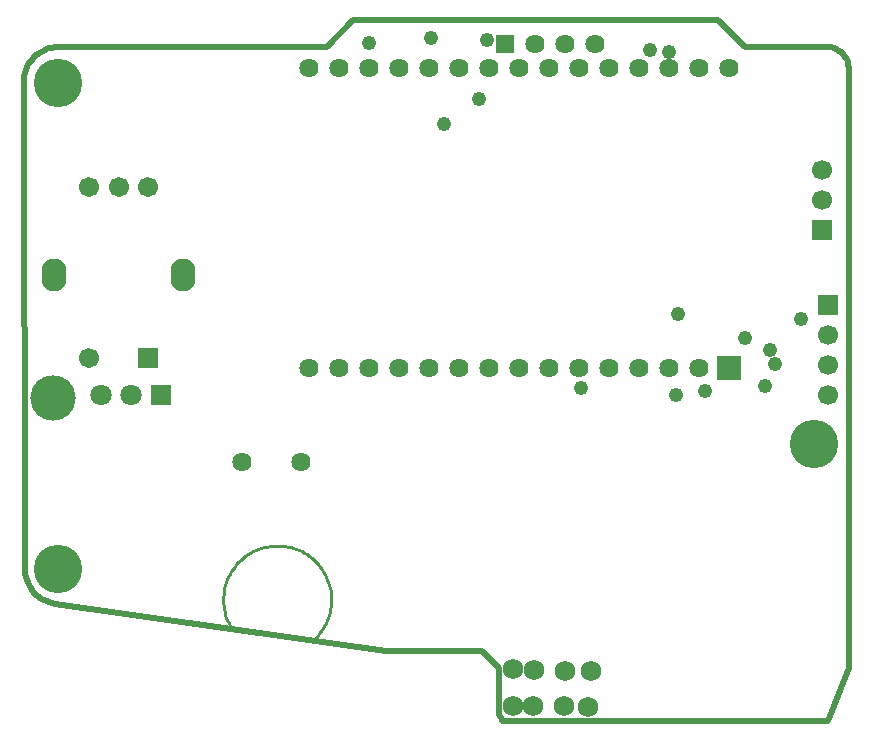
<source format=gbs>
G04*
G04 #@! TF.GenerationSoftware,Altium Limited,Altium Designer,22.2.1 (43)*
G04*
G04 Layer_Color=16777215*
%FSLAX25Y25*%
%MOIN*%
G70*
G04*
G04 #@! TF.SameCoordinates,5B388EAC-A044-4A36-8472-2700C52922B7*
G04*
G04*
G04 #@! TF.FilePolarity,Negative*
G04*
G01*
G75*
%ADD12C,0.01000*%
%ADD16C,0.01968*%
%ADD51C,0.06400*%
%ADD52R,0.06400X0.06400*%
%ADD53R,0.08274X0.08274*%
%ADD54C,0.06693*%
%ADD55R,0.06693X0.06693*%
%ADD56C,0.16148*%
%ADD57O,0.08274X0.11030*%
%ADD58C,0.06699*%
%ADD59R,0.06699X0.06699*%
%ADD60C,0.06800*%
%ADD61C,0.07093*%
%ADD62R,0.07093X0.07093*%
%ADD63C,0.15124*%
%ADD64C,0.04800*%
D12*
X97246Y36190D02*
X97930Y36915D01*
X98573Y37677D01*
X99172Y38473D01*
X99727Y39301D01*
X100235Y40159D01*
X100695Y41043D01*
X101105Y41951D01*
X101464Y42881D01*
X101771Y43829D01*
X102025Y44793D01*
X102226Y45769D01*
X102372Y46755D01*
X102463Y47747D01*
X102499Y48743D01*
X102480Y49740D01*
X102406Y50733D01*
X102278Y51722D01*
X102094Y52701D01*
X101857Y53669D01*
X101566Y54623D01*
X101223Y55558D01*
X100829Y56474D01*
X100385Y57366D01*
X99892Y58232D01*
X99352Y59070D01*
X98766Y59876D01*
X98137Y60649D01*
X97466Y61386D01*
X96755Y62084D01*
X96006Y62742D01*
X95223Y63358D01*
X94406Y63929D01*
X93559Y64454D01*
X92684Y64932D01*
X91784Y65360D01*
X90862Y65738D01*
X89921Y66064D01*
X88962Y66338D01*
X87990Y66558D01*
X87007Y66724D01*
X86017Y66836D01*
X85022Y66892D01*
X84026Y66894D01*
X83030Y66840D01*
X82040Y66731D01*
X81056Y66568D01*
X80084Y66350D01*
X79125Y66079D01*
X78182Y65755D01*
X77259Y65379D01*
X76358Y64953D01*
X75482Y64478D01*
X74634Y63955D01*
X73816Y63386D01*
X73030Y62773D01*
X72280Y62116D01*
X71567Y61420D01*
X70894Y60685D01*
X70263Y59914D01*
X69675Y59109D01*
X69133Y58273D01*
X68638Y57408D01*
X68191Y56517D01*
X67794Y55603D01*
X67449Y54668D01*
X67156Y53715D01*
X66916Y52748D01*
X66730Y51769D01*
X66598Y50781D01*
X66522Y49787D01*
X66500Y48791D01*
X66534Y47795D01*
X66623Y46802D01*
X66766Y45816D01*
X66964Y44839D01*
X67216Y43874D01*
X67520Y42926D01*
X67877Y41995D01*
X68285Y41085D01*
X68742Y40200D01*
D16*
X274955Y226045D02*
X274884Y227035D01*
X274673Y228005D01*
X274326Y228934D01*
X273851Y229805D01*
X273256Y230600D01*
X272554Y231301D01*
X271760Y231896D01*
X270889Y232371D01*
X269959Y232718D01*
X268990Y232929D01*
X268000Y233000D01*
X269Y59520D02*
X311Y58508D01*
X436Y57503D01*
X644Y56511D01*
X933Y55540D01*
X1302Y54597D01*
X1747Y53687D01*
X2265Y52817D01*
X2854Y51992D01*
X3509Y51219D01*
X4226Y50503D01*
X4999Y49849D01*
X5824Y49261D01*
X6694Y48743D01*
X7604Y48298D01*
X8548Y47930D01*
X9519Y47642D01*
X10511Y47435D01*
X11472Y233000D02*
X10472Y232956D01*
X9480Y232826D01*
X8503Y232609D01*
X7548Y232308D01*
X6624Y231925D01*
X5736Y231463D01*
X4892Y230925D01*
X4098Y230316D01*
X3360Y229640D01*
X2684Y228902D01*
X2075Y228108D01*
X1537Y227264D01*
X1075Y226376D01*
X692Y225452D01*
X391Y224497D01*
X174Y223520D01*
X44Y222528D01*
X0Y221528D01*
X80127Y233123D02*
X100995D01*
X109884Y242012D01*
X158285Y10330D02*
X159404Y9211D01*
Y8307D02*
Y9211D01*
Y8307D02*
X268232D01*
X158285Y10330D02*
Y26236D01*
X268232Y8307D02*
X274933Y26054D01*
X274955Y226045D01*
X120798Y31598D02*
X152923D01*
X158285Y26236D01*
X109884Y242012D02*
X231322D01*
X47300Y233123D02*
X80127D01*
X11925D02*
X47300D01*
X231322Y242012D02*
X240322Y233012D01*
X267500D01*
X10511Y47435D02*
X120798Y31598D01*
X0Y221528D02*
X269Y59520D01*
X274955Y226045D02*
X274884Y227035D01*
X274673Y228005D01*
X274326Y228934D01*
X273851Y229805D01*
X273256Y230600D01*
X272554Y231301D01*
X271760Y231896D01*
X270889Y232371D01*
X269959Y232718D01*
X268990Y232929D01*
X268000Y233000D01*
X269Y59520D02*
X311Y58508D01*
X436Y57503D01*
X644Y56511D01*
X933Y55540D01*
X1302Y54597D01*
X1747Y53687D01*
X2265Y52817D01*
X2854Y51992D01*
X3509Y51219D01*
X4226Y50503D01*
X4999Y49849D01*
X5824Y49261D01*
X6694Y48743D01*
X7604Y48298D01*
X8548Y47930D01*
X9519Y47642D01*
X10511Y47435D01*
X11472Y233000D02*
X10472Y232956D01*
X9480Y232826D01*
X8503Y232609D01*
X7548Y232308D01*
X6624Y231925D01*
X5736Y231463D01*
X4892Y230925D01*
X4098Y230316D01*
X3360Y229640D01*
X2684Y228902D01*
X2075Y228108D01*
X1537Y227264D01*
X1075Y226376D01*
X692Y225452D01*
X391Y224497D01*
X174Y223520D01*
X44Y222528D01*
X0Y221528D01*
X80127Y233123D02*
X100995D01*
X109884Y242012D01*
X158285Y10330D02*
X159404Y9211D01*
Y8307D02*
Y9211D01*
Y8307D02*
X268232D01*
X158285Y10330D02*
Y26236D01*
X268232Y8307D02*
X274933Y26054D01*
X274955Y226045D01*
X120798Y31598D02*
X152923D01*
X158285Y26236D01*
X109884Y242012D02*
X231322D01*
X47300Y233123D02*
X80127D01*
X11925D02*
X47300D01*
X231322Y242012D02*
X240322Y233012D01*
X267500D01*
X10511Y47435D02*
X120798Y31598D01*
X0Y221528D02*
X269Y59520D01*
D51*
X190500Y234000D02*
D03*
X180500D02*
D03*
X170500D02*
D03*
X225000Y125946D02*
D03*
X215000D02*
D03*
X205000D02*
D03*
X195000D02*
D03*
X185000D02*
D03*
X175000D02*
D03*
X165000D02*
D03*
X155000D02*
D03*
X145000D02*
D03*
X135000D02*
D03*
X125000D02*
D03*
X115000D02*
D03*
X105000D02*
D03*
X95000D02*
D03*
X235000Y225946D02*
D03*
X225000D02*
D03*
X215000D02*
D03*
X205000D02*
D03*
X195000D02*
D03*
X185000D02*
D03*
X175000D02*
D03*
X165000D02*
D03*
X155000D02*
D03*
X145000D02*
D03*
X135000D02*
D03*
X125000D02*
D03*
X115000D02*
D03*
X105000D02*
D03*
X95000D02*
D03*
X72768Y94742D02*
D03*
X92453D02*
D03*
D52*
X160500Y234000D02*
D03*
D53*
X235000Y125946D02*
D03*
D54*
X268054Y117145D02*
D03*
Y127145D02*
D03*
Y137145D02*
D03*
X266000Y192109D02*
D03*
Y182108D02*
D03*
D55*
X268054Y147145D02*
D03*
X266000Y172108D02*
D03*
D56*
X263440Y100886D02*
D03*
X11440Y59021D02*
D03*
X11452Y221056D02*
D03*
D57*
X10114Y157047D02*
D03*
X53114D02*
D03*
D58*
X31614Y186591D02*
D03*
X21772D02*
D03*
X41457Y186591D02*
D03*
X21772Y129504D02*
D03*
D59*
X41457D02*
D03*
D60*
X163224Y13500D02*
D03*
X169982Y25500D02*
D03*
X180039Y13562D02*
D03*
X189004Y25207D02*
D03*
X169663Y13562D02*
D03*
X162974Y25721D02*
D03*
X187934Y13181D02*
D03*
X180534Y25220D02*
D03*
D61*
X25609Y116990D02*
D03*
X35609D02*
D03*
D62*
X45608D02*
D03*
D63*
X9702Y116000D02*
D03*
D64*
X240500Y136000D02*
D03*
X151700Y215726D02*
D03*
X115000Y234465D02*
D03*
X154359Y235394D02*
D03*
X208833Y232084D02*
D03*
X248706Y132001D02*
D03*
X247223Y120139D02*
D03*
X250300Y127579D02*
D03*
X227246Y118595D02*
D03*
X217399Y117022D02*
D03*
X185842Y119555D02*
D03*
X259203Y142343D02*
D03*
X218051Y144195D02*
D03*
X140000Y207424D02*
D03*
X215000Y231565D02*
D03*
X135734Y236123D02*
D03*
M02*

</source>
